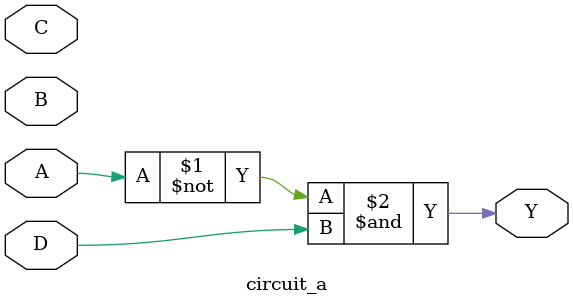
<source format=v>
module circuit_a(
    input A, B, C, D,
    output Y
);

assign Y = ~A & D;

endmodule

</source>
